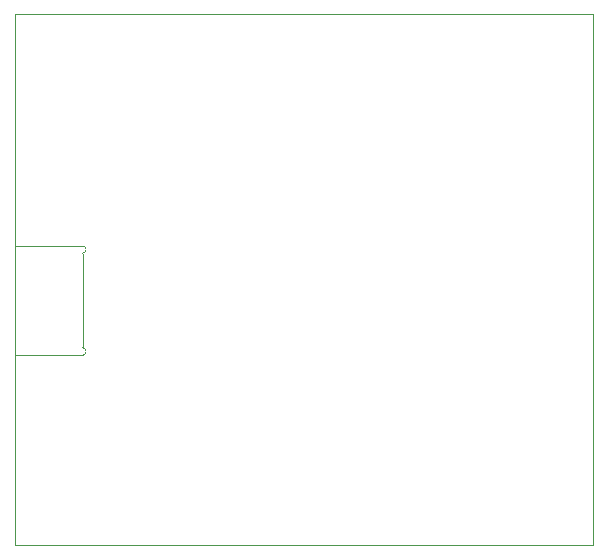
<source format=gbr>
%TF.GenerationSoftware,KiCad,Pcbnew,7.0.7*%
%TF.CreationDate,2023-09-18T11:37:51+09:00*%
%TF.ProjectId,gas_nrf52832,6761735f-6e72-4663-9532-3833322e6b69,rev?*%
%TF.SameCoordinates,Original*%
%TF.FileFunction,Profile,NP*%
%FSLAX46Y46*%
G04 Gerber Fmt 4.6, Leading zero omitted, Abs format (unit mm)*
G04 Created by KiCad (PCBNEW 7.0.7) date 2023-09-18 11:37:51*
%MOMM*%
%LPD*%
G01*
G04 APERTURE LIST*
%TA.AperFunction,Profile*%
%ADD10C,0.100000*%
%TD*%
%TA.AperFunction,Profile*%
%ADD11C,0.010000*%
%TD*%
G04 APERTURE END LIST*
D10*
X104650000Y-71695000D02*
X153550000Y-71695000D01*
X153550000Y-116645000D01*
X104650000Y-116645000D01*
X104650000Y-71695000D01*
D11*
X104665312Y-89315312D02*
X104665312Y-91315312D01*
X104665312Y-91315312D02*
X110365312Y-91315312D01*
X110365312Y-91985312D02*
X110365312Y-99885312D01*
X110365312Y-100555312D02*
X104665312Y-100555312D01*
X104665312Y-100555312D02*
X104665312Y-102555312D01*
X110445312Y-91905312D02*
G75*
G03*
X110365312Y-91315312I-80001J289576D01*
G01*
X110445312Y-91905312D02*
G75*
G03*
X110365312Y-91985312I13646J-93646D01*
G01*
X110365313Y-99885312D02*
G75*
G03*
X110445312Y-99965311I93599J13600D01*
G01*
X110365312Y-100555319D02*
G75*
G03*
X110445312Y-99965312I0J300427D01*
G01*
M02*

</source>
